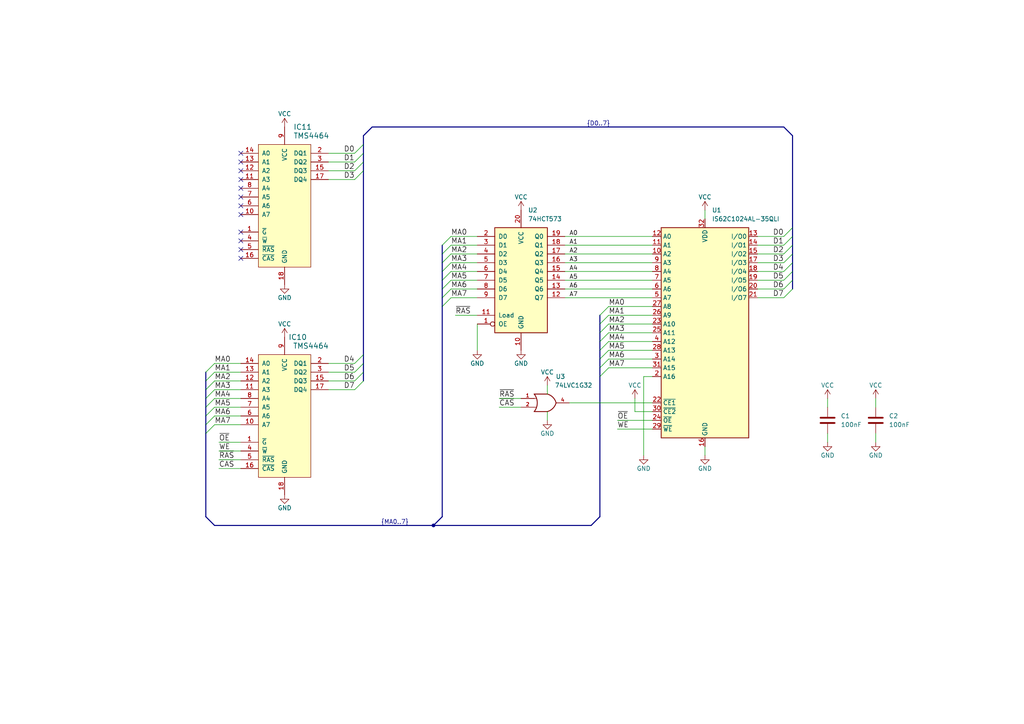
<source format=kicad_sch>
(kicad_sch (version 20211123) (generator eeschema)
  (paper "A4")
  (title_block (title "GX4000-SRAM") (date "2022-11-08") (rev "0.1"))
  (lib_symbols
    (symbol "74xGxx:74LVC1G32" (pin_names (offset 1.016))
      (property "Reference" "U" (at -2.54 3.81 0))
      (property "Value" "74LVC1G32" (at 0 -3.81 0))
      (symbol "74LVC1G32_0_1"
        (arc (start -3.81 -2.54) (mid -2.919 0) (end -3.81 2.54) (stroke (width 0.254)))
        (arc (start 0 -2.54) (mid 1.5993 -1.6027) (end 2.54 0) (stroke (width 0.254)))
        (polyline (pts (xy -3.81 -1.27) (xy -3.175 -1.27)))
        (polyline (pts (xy -3.81 1.27) (xy -3.175 1.27)))
        (polyline (pts (xy 0 -2.54) (xy -3.81 -2.54)) (stroke (width 0.254)) (fill (type background)))
        (polyline (pts (xy 0 2.54) (xy -3.81 2.54)) (stroke (width 0.254)) (fill (type background)))
        (arc (start 2.54 0) (mid 1.6119 1.6152) (end 0 2.54) (stroke (width 0.254)))
      )
      (symbol "74LVC1G32_1_1"
        (pin input line (at -7.62 1.27 0) (length 3.81) (name "~") (number "1"))
        (pin input line (at -7.62 -1.27 0) (length 3.81) (name "~") (number "2"))
        (pin power_in line (at 0 -2.54 270) (length 0) hide (name "GND") (number "3"))
        (pin output line (at 6.35 0 180) (length 3.81) (name "~") (number "4"))
        (pin power_in line (at 0 2.54 90) (length 0) hide (name "VCC") (number "5"))
      )
    )
    (symbol "74xx:74LS573" (pin_names (offset 1.016))
      (property "Reference" "U" (at -7.62 16.51 0))
      (property "Value" "74LS573" (at -7.62 -16.51 0))
      (symbol "74LS573_1_0"
        (pin input inverted (at -12.7 -12.7 0) (length 5.08) (name "OE") (number "1"))
        (pin power_in line (at 0 -20.32 90) (length 5.08) (name "GND") (number "10"))
        (pin input line (at -12.7 -10.16 0) (length 5.08) (name "Load") (number "11"))
        (pin tri_state line (at 12.7 -5.08 180) (length 5.08) (name "Q7") (number "12"))
        (pin tri_state line (at 12.7 -2.54 180) (length 5.08) (name "Q6") (number "13"))
        (pin tri_state line (at 12.7 0 180) (length 5.08) (name "Q5") (number "14"))
        (pin tri_state line (at 12.7 2.54 180) (length 5.08) (name "Q4") (number "15"))
        (pin tri_state line (at 12.7 5.08 180) (length 5.08) (name "Q3") (number "16"))
        (pin tri_state line (at 12.7 7.62 180) (length 5.08) (name "Q2") (number "17"))
        (pin tri_state line (at 12.7 10.16 180) (length 5.08) (name "Q1") (number "18"))
        (pin tri_state line (at 12.7 12.7 180) (length 5.08) (name "Q0") (number "19"))
        (pin input line (at -12.7 12.7 0) (length 5.08) (name "D0") (number "2"))
        (pin power_in line (at 0 20.32 270) (length 5.08) (name "VCC") (number "20"))
        (pin input line (at -12.7 10.16 0) (length 5.08) (name "D1") (number "3"))
        (pin input line (at -12.7 7.62 0) (length 5.08) (name "D2") (number "4"))
        (pin input line (at -12.7 5.08 0) (length 5.08) (name "D3") (number "5"))
        (pin input line (at -12.7 2.54 0) (length 5.08) (name "D4") (number "6"))
        (pin input line (at -12.7 0 0) (length 5.08) (name "D5") (number "7"))
        (pin input line (at -12.7 -2.54 0) (length 5.08) (name "D6") (number "8"))
        (pin input line (at -12.7 -5.08 0) (length 5.08) (name "D7") (number "9"))
      )
      (symbol "74LS573_1_1"
        (rectangle (start -7.62 15.24) (end 7.62 -15.24) (stroke (width 0.254)) (fill (type background)))
      )
    )
    (symbol "Additionnal:IS62C1024AL-35QLI"
      (property "Reference" "U" (at -10.16 31.75 0))
      (property "Value" "IS62C1024AL-35QLI" (at 12.7 31.75 0))
      (symbol "IS62C1024AL-35QLI_0_1"
        (rectangle (start -12.7 30.48) (end 12.7 -30.48) (stroke (width 0.254)) (fill (type background)))
      )
      (symbol "IS62C1024AL-35QLI_1_1"
        (pin no_connect line (at -15.24 -17.78 0) (length 2.54) hide (name "NC") (number "1"))
        (pin input line (at -15.24 22.86 0) (length 2.54) (name "A2") (number "10"))
        (pin input line (at -15.24 25.4 0) (length 2.54) (name "A1") (number "11"))
        (pin input line (at -15.24 27.94 0) (length 2.54) (name "A0") (number "12"))
        (pin bidirectional line (at 15.24 27.94 180) (length 2.54) (name "I/O0") (number "13"))
        (pin bidirectional line (at 15.24 25.4 180) (length 2.54) (name "I/O1") (number "14"))
        (pin bidirectional line (at 15.24 22.86 180) (length 2.54) (name "I/O2") (number "15"))
        (pin power_in line (at 0 -33.02 90) (length 2.54) (name "GND") (number "16"))
        (pin bidirectional line (at 15.24 20.32 180) (length 2.54) (name "I/O3") (number "17"))
        (pin bidirectional line (at 15.24 17.78 180) (length 2.54) (name "I/O4") (number "18"))
        (pin bidirectional line (at 15.24 15.24 180) (length 2.54) (name "I/O5") (number "19"))
        (pin input line (at -15.24 -12.7 0) (length 2.54) (name "A16") (number "2"))
        (pin bidirectional line (at 15.24 12.7 180) (length 2.54) (name "I/O6") (number "20"))
        (pin bidirectional line (at 15.24 10.16 180) (length 2.54) (name "I/O7") (number "21"))
        (pin input line (at -15.24 -20.32 0) (length 2.54) (name "~{CE1}") (number "22"))
        (pin input line (at -15.24 2.54 0) (length 2.54) (name "A10") (number "23"))
        (pin input line (at -15.24 -25.4 0) (length 2.54) (name "~{OE}") (number "24"))
        (pin input line (at -15.24 0 0) (length 2.54) (name "A11") (number "25"))
        (pin input line (at -15.24 5.08 0) (length 2.54) (name "A9") (number "26"))
        (pin input line (at -15.24 7.62 0) (length 2.54) (name "A8") (number "27"))
        (pin input line (at -15.24 -5.08 0) (length 2.54) (name "A13") (number "28"))
        (pin input line (at -15.24 -27.94 0) (length 2.54) (name "~{WE}") (number "29"))
        (pin input line (at -15.24 -7.62 0) (length 2.54) (name "A14") (number "3"))
        (pin input line (at -15.24 -22.86 0) (length 2.54) (name "~{CE2}") (number "30"))
        (pin input line (at -15.24 -10.16 0) (length 2.54) (name "A15") (number "31"))
        (pin power_in line (at 0 33.02 270) (length 2.54) (name "VDD") (number "32"))
        (pin input line (at -15.24 -2.54 0) (length 2.54) (name "A12") (number "4"))
        (pin input line (at -15.24 10.16 0) (length 2.54) (name "A7") (number "5"))
        (pin input line (at -15.24 12.7 0) (length 2.54) (name "A6") (number "6"))
        (pin input line (at -15.24 15.24 0) (length 2.54) (name "A5") (number "7"))
        (pin input line (at -15.24 17.78 0) (length 2.54) (name "A4") (number "8"))
        (pin input line (at -15.24 20.32 0) (length 2.54) (name "A3") (number "9"))
      )
    )
    (symbol "Additionnal:TMS4464" (pin_names (offset 1.016))
      (property "Reference" "U?" (at 3.81 21.59 0))
      (property "Value" "TMS4464" (at 7.62 19.05 0))
      (symbol "TMS4464_0_1"
        (rectangle (start -7.62 16.51) (end 7.62 -19.05) (fill (type background)))
      )
      (symbol "TMS4464_1_1"
        (pin input line (at -12.7 -8.89 0) (length 5.08) (name "~{G}") (number "1"))
        (pin input line (at -12.7 -3.81 0) (length 5.08) (name "A7") (number "10"))
        (pin input line (at -12.7 6.35 0) (length 5.08) (name "A3") (number "11"))
        (pin input line (at -12.7 8.89 0) (length 5.08) (name "A2") (number "12"))
        (pin input line (at -12.7 11.43 0) (length 5.08) (name "A1") (number "13"))
        (pin input line (at -12.7 13.97 0) (length 5.08) (name "A0") (number "14"))
        (pin tri_state line (at 12.7 8.89 180) (length 5.08) (name "DQ3") (number "15"))
        (pin input line (at -12.7 -16.51 0) (length 5.08) (name "~{CAS}") (number "16"))
        (pin tri_state line (at 12.7 6.35 180) (length 5.08) (name "DQ4") (number "17"))
        (pin power_in line (at 0 -24.13 90) (length 5.08) (name "GND") (number "18"))
        (pin tri_state line (at 12.7 13.97 180) (length 5.08) (name "DQ1") (number "2"))
        (pin tri_state line (at 12.7 11.43 180) (length 5.08) (name "DQ2") (number "3"))
        (pin input line (at -12.7 -11.43 0) (length 5.08) (name "~{W}") (number "4"))
        (pin input line (at -12.7 -13.97 0) (length 5.08) (name "~{RAS}") (number "5"))
        (pin input line (at -12.7 -1.27 0) (length 5.08) (name "A6") (number "6"))
        (pin input line (at -12.7 1.27 0) (length 5.08) (name "A5") (number "7"))
        (pin input line (at -12.7 3.81 0) (length 5.08) (name "A4") (number "8"))
        (pin power_in line (at 0 21.59 270) (length 5.08) (name "VCC") (number "9"))
      )
    )
    (symbol "Device:C" (pin_numbers hide) (pin_names (offset 0.254))
      (property "Reference" "C" (at 0.635 2.54 0))
      (property "Value" "C" (at 0.635 -2.54 0))
      (symbol "C_0_1"
        (polyline (pts (xy -2.032 -0.762) (xy 2.032 -0.762)) (stroke (width 0.508)))
        (polyline (pts (xy -2.032 0.762) (xy 2.032 0.762)) (stroke (width 0.508)))
      )
      (symbol "C_1_1"
        (pin passive line (at 0 3.81 270) (length 2.794) (name "~") (number "1"))
        (pin passive line (at 0 -3.81 90) (length 2.794) (name "~") (number "2"))
      )
    )
    (symbol "TMS4464_1" (pin_names (offset 1.016))
      (property "Reference" "U?" (at 3.81 21.59 0))
      (property "Value" "TMS4464_1" (at 7.62 19.05 0))
      (symbol "TMS4464_1_0_1"
        (rectangle (start -7.62 16.51) (end 7.62 -19.05) (fill (type background)))
      )
      (symbol "TMS4464_1_1_1"
        (pin input line (at -12.7 -8.89 0) (length 5.08) (name "~{G}") (number "1"))
        (pin input line (at -12.7 -3.81 0) (length 5.08) (name "A7") (number "10"))
        (pin input line (at -12.7 6.35 0) (length 5.08) (name "A3") (number "11"))
        (pin input line (at -12.7 8.89 0) (length 5.08) (name "A2") (number "12"))
        (pin input line (at -12.7 11.43 0) (length 5.08) (name "A1") (number "13"))
        (pin input line (at -12.7 13.97 0) (length 5.08) (name "A0") (number "14"))
        (pin tri_state line (at 12.7 8.89 180) (length 5.08) (name "DQ3") (number "15"))
        (pin input line (at -12.7 -16.51 0) (length 5.08) (name "~{CAS}") (number "16"))
        (pin tri_state line (at 12.7 6.35 180) (length 5.08) (name "DQ4") (number "17"))
        (pin power_in line (at 0 -24.13 90) (length 5.08) (name "GND") (number "18"))
        (pin tri_state line (at 12.7 13.97 180) (length 5.08) (name "DQ1") (number "2"))
        (pin tri_state line (at 12.7 11.43 180) (length 5.08) (name "DQ2") (number "3"))
        (pin input line (at -12.7 -11.43 0) (length 5.08) (name "~{W}") (number "4"))
        (pin input line (at -12.7 -13.97 0) (length 5.08) (name "~{RAS}") (number "5"))
        (pin input line (at -12.7 -1.27 0) (length 5.08) (name "A6") (number "6"))
        (pin input line (at -12.7 1.27 0) (length 5.08) (name "A5") (number "7"))
        (pin input line (at -12.7 3.81 0) (length 5.08) (name "A4") (number "8"))
        (pin power_in line (at 0 21.59 270) (length 5.08) (name "VCC") (number "9"))
      )
    )
    (symbol "c64-sram-rescue:GND" (power) (pin_names (offset 0))
      (property "Value" "GND" (at 0 -3.81 0))
      (symbol "GND_0_1"
        (polyline (pts (xy 0 0) (xy 0 -1.27) (xy 1.27 -1.27) (xy 0 -2.54) (xy -1.27 -1.27) (xy 0 -1.27)))
      )
      (symbol "GND_1_1"
        (pin power_in line (at 0 0 270) (length 0) hide (name "GND") (number "1"))
      )
    )
    (symbol "power:VCC" (power) (pin_names (offset 0))
      (property "Value" "VCC" (at 0 3.81 0))
      (symbol "VCC_0_1"
        (polyline (pts (xy -0.762 1.27) (xy 0 2.54)))
        (polyline (pts (xy 0 0) (xy 0 2.54)))
        (polyline (pts (xy 0 2.54) (xy 0.762 1.27)))
      )
      (symbol "VCC_1_1"
        (pin power_in line (at 0 0 90) (length 0) hide (name "VCC") (number "1"))
      )
    )
  )
  (junction (at 125.73 152.4))
  (no_connect (at 69.85 52.07))
  (no_connect (at 69.85 57.15))
  (no_connect (at 69.85 62.23))
  (no_connect (at 69.85 59.69))
  (no_connect (at 69.85 54.61))
  (no_connect (at 69.85 74.93))
  (no_connect (at 69.85 72.39))
  (no_connect (at 69.85 67.31))
  (no_connect (at 69.85 69.85))
  (no_connect (at 69.85 49.53))
  (no_connect (at 69.85 44.45))
  (no_connect (at 69.85 46.99))
  (bus_entry (at 128.27 78.74) (size 2.54 -2.54))
  (bus_entry (at 227.33 76.2) (size 2.54 -2.54))
  (bus_entry (at 227.33 81.28) (size 2.54 -2.54))
  (bus_entry (at 128.27 86.36) (size 2.54 -2.54))
  (bus_entry (at 128.27 88.9) (size 2.54 -2.54))
  (bus_entry (at 128.27 76.2) (size 2.54 -2.54))
  (bus_entry (at 227.33 86.36) (size 2.54 -2.54))
  (bus_entry (at 227.33 73.66) (size 2.54 -2.54))
  (bus_entry (at 128.27 73.66) (size 2.54 -2.54))
  (bus_entry (at 128.27 83.82) (size 2.54 -2.54))
  (bus_entry (at 227.33 78.74) (size 2.54 -2.54))
  (bus_entry (at 227.33 83.82) (size 2.54 -2.54))
  (bus_entry (at 173.99 96.52) (size 2.54 -2.54))
  (bus_entry (at 173.99 101.6) (size 2.54 -2.54))
  (bus_entry (at 173.99 99.06) (size 2.54 -2.54))
  (bus_entry (at 173.99 104.14) (size 2.54 -2.54))
  (bus_entry (at 173.99 93.98) (size 2.54 -2.54))
  (bus_entry (at 173.99 91.44) (size 2.54 -2.54))
  (bus_entry (at 173.99 106.68) (size 2.54 -2.54))
  (bus_entry (at 173.99 109.22) (size 2.54 -2.54))
  (bus_entry (at 59.69 120.65) (size 2.54 -2.54))
  (bus_entry (at 59.69 125.73) (size 2.54 -2.54))
  (bus_entry (at 59.69 123.19) (size 2.54 -2.54))
  (bus_entry (at 59.69 118.11) (size 2.54 -2.54))
  (bus_entry (at 59.69 115.57) (size 2.54 -2.54))
  (bus_entry (at 59.69 110.49) (size 2.54 -2.54))
  (bus_entry (at 59.69 107.95) (size 2.54 -2.54))
  (bus_entry (at 59.69 113.03) (size 2.54 -2.54))
  (bus_entry (at 128.27 81.28) (size 2.54 -2.54))
  (bus_entry (at 227.33 71.12) (size 2.54 -2.54))
  (bus_entry (at 128.27 71.12) (size 2.54 -2.54))
  (bus_entry (at 227.33 68.58) (size 2.54 -2.54))
  (bus_entry (at 102.87 49.53) (size 2.54 -2.54))
  (bus_entry (at 102.87 46.99) (size 2.54 -2.54))
  (bus_entry (at 102.87 52.07) (size 2.54 -2.54))
  (bus_entry (at 102.87 105.41) (size 2.54 -2.54))
  (bus_entry (at 102.87 44.45) (size 2.54 -2.54))
  (bus_entry (at 102.87 113.03) (size 2.54 -2.54))
  (bus_entry (at 102.87 110.49) (size 2.54 -2.54))
  (bus_entry (at 102.87 107.95) (size 2.54 -2.54))
  (bus (pts (xy 229.87 71.12) (xy 229.87 73.66)))
  (bus (pts (xy 173.99 96.52) (xy 173.99 99.06)))
  (bus (pts (xy 59.69 107.95) (xy 59.69 110.49)))
  (wire (pts (xy 204.47 60.96) (xy 204.47 63.5)))
  (wire (pts (xy 62.23 115.57) (xy 69.85 115.57)))
  (bus (pts (xy 59.69 113.03) (xy 59.69 115.57)))
  (wire (pts (xy 240.03 125.73) (xy 240.03 128.27)))
  (bus (pts (xy 128.27 78.74) (xy 128.27 81.28)))
  (wire (pts (xy 163.83 68.58) (xy 189.23 68.58)))
  (wire (pts (xy 63.5 133.35) (xy 69.85 133.35)))
  (wire (pts (xy 62.23 120.65) (xy 69.85 120.65)))
  (wire (pts (xy 227.33 68.58) (xy 219.71 68.58)))
  (wire (pts (xy 163.83 73.66) (xy 189.23 73.66)))
  (wire (pts (xy 163.83 71.12) (xy 189.23 71.12)))
  (wire (pts (xy 138.43 93.98) (xy 138.43 101.6)))
  (wire (pts (xy 163.83 86.36) (xy 189.23 86.36)))
  (wire (pts (xy 62.23 123.19) (xy 69.85 123.19)))
  (wire (pts (xy 102.87 105.41) (xy 95.25 105.41)))
  (bus (pts (xy 128.27 71.12) (xy 128.27 73.66)))
  (bus (pts (xy 105.41 105.41) (xy 105.41 107.95)))
  (wire (pts (xy 189.23 88.9) (xy 176.53 88.9)))
  (bus (pts (xy 105.41 39.37) (xy 105.41 41.91)))
  (wire (pts (xy 189.23 104.14) (xy 176.53 104.14)))
  (bus (pts (xy 173.99 91.44) (xy 173.99 93.98)))
  (wire (pts (xy 227.33 73.66) (xy 219.71 73.66)))
  (bus (pts (xy 59.69 123.19) (xy 59.69 125.73)))
  (wire (pts (xy 184.15 115.57) (xy 184.15 119.38)))
  (bus (pts (xy 128.27 73.66) (xy 128.27 76.2)))
  (bus (pts (xy 128.27 149.86) (xy 125.73 152.4)))
  (wire (pts (xy 189.23 99.06) (xy 176.53 99.06)))
  (wire (pts (xy 189.23 124.46) (xy 179.07 124.46)))
  (wire (pts (xy 227.33 71.12) (xy 219.71 71.12)))
  (wire (pts (xy 186.69 109.22) (xy 186.69 132.08)))
  (wire (pts (xy 254 115.57) (xy 254 118.11)))
  (bus (pts (xy 128.27 88.9) (xy 128.27 149.86)))
  (bus (pts (xy 173.99 149.86) (xy 171.45 152.4)))
  (wire (pts (xy 130.81 81.28) (xy 138.43 81.28)))
  (wire (pts (xy 227.33 86.36) (xy 219.71 86.36)))
  (bus (pts (xy 128.27 76.2) (xy 128.27 78.74)))
  (bus (pts (xy 105.41 102.87) (xy 105.41 105.41)))
  (bus (pts (xy 229.87 81.28) (xy 229.87 83.82)))
  (wire (pts (xy 102.87 113.03) (xy 95.25 113.03)))
  (bus (pts (xy 59.69 149.86) (xy 62.23 152.4)))
  (wire (pts (xy 227.33 83.82) (xy 219.71 83.82)))
  (wire (pts (xy 62.23 107.95) (xy 69.85 107.95)))
  (bus (pts (xy 229.87 66.04) (xy 229.87 68.58)))
  (bus (pts (xy 229.87 76.2) (xy 229.87 78.74)))
  (wire (pts (xy 102.87 107.95) (xy 95.25 107.95)))
  (wire (pts (xy 144.78 115.57) (xy 151.13 115.57)))
  (wire (pts (xy 227.33 76.2) (xy 219.71 76.2)))
  (wire (pts (xy 144.78 118.11) (xy 151.13 118.11)))
  (bus (pts (xy 229.87 78.74) (xy 229.87 81.28)))
  (bus (pts (xy 229.87 39.37) (xy 229.87 66.04)))
  (wire (pts (xy 189.23 106.68) (xy 176.53 106.68)))
  (wire (pts (xy 240.03 115.57) (xy 240.03 118.11)))
  (bus (pts (xy 105.41 46.99) (xy 105.41 49.53)))
  (wire (pts (xy 184.15 119.38) (xy 189.23 119.38)))
  (wire (pts (xy 63.5 130.81) (xy 69.85 130.81)))
  (wire (pts (xy 163.83 81.28) (xy 189.23 81.28)))
  (bus (pts (xy 128.27 86.36) (xy 128.27 88.9)))
  (wire (pts (xy 158.75 111.76) (xy 158.75 114.3)))
  (wire (pts (xy 62.23 113.03) (xy 69.85 113.03)))
  (bus (pts (xy 173.99 109.22) (xy 173.99 149.86)))
  (wire (pts (xy 189.23 109.22) (xy 186.69 109.22)))
  (wire (pts (xy 102.87 46.99) (xy 95.25 46.99)))
  (wire (pts (xy 102.87 44.45) (xy 95.25 44.45)))
  (wire (pts (xy 189.23 121.92) (xy 179.07 121.92)))
  (wire (pts (xy 62.23 118.11) (xy 69.85 118.11)))
  (bus (pts (xy 229.87 73.66) (xy 229.87 76.2)))
  (bus (pts (xy 173.99 93.98) (xy 173.99 96.52)))
  (bus (pts (xy 107.95 36.83) (xy 227.33 36.83)))
  (wire (pts (xy 130.81 78.74) (xy 138.43 78.74)))
  (bus (pts (xy 173.99 101.6) (xy 173.99 104.14)))
  (wire (pts (xy 102.87 52.07) (xy 95.25 52.07)))
  (wire (pts (xy 63.5 128.27) (xy 69.85 128.27)))
  (bus (pts (xy 128.27 83.82) (xy 128.27 86.36)))
  (bus (pts (xy 105.41 41.91) (xy 105.41 44.45)))
  (wire (pts (xy 102.87 110.49) (xy 95.25 110.49)))
  (wire (pts (xy 130.81 71.12) (xy 138.43 71.12)))
  (bus (pts (xy 128.27 81.28) (xy 128.27 83.82)))
  (bus (pts (xy 59.69 120.65) (xy 59.69 123.19)))
  (bus (pts (xy 105.41 49.53) (xy 105.41 102.87)))
  (wire (pts (xy 62.23 105.41) (xy 69.85 105.41)))
  (bus (pts (xy 62.23 152.4) (xy 125.73 152.4)))
  (bus (pts (xy 227.33 36.83) (xy 229.87 39.37)))
  (wire (pts (xy 189.23 96.52) (xy 176.53 96.52)))
  (bus (pts (xy 173.99 104.14) (xy 173.99 106.68)))
  (wire (pts (xy 158.75 119.38) (xy 158.75 121.92)))
  (bus (pts (xy 59.69 118.11) (xy 59.69 120.65)))
  (bus (pts (xy 107.95 36.83) (xy 105.41 39.37)))
  (bus (pts (xy 105.41 44.45) (xy 105.41 46.99)))
  (bus (pts (xy 173.99 99.06) (xy 173.99 101.6)))
  (wire (pts (xy 130.81 73.66) (xy 138.43 73.66)))
  (wire (pts (xy 130.81 68.58) (xy 138.43 68.58)))
  (wire (pts (xy 165.1 116.84) (xy 189.23 116.84)))
  (wire (pts (xy 227.33 78.74) (xy 219.71 78.74)))
  (wire (pts (xy 102.87 49.53) (xy 95.25 49.53)))
  (wire (pts (xy 189.23 101.6) (xy 176.53 101.6)))
  (wire (pts (xy 204.47 129.54) (xy 204.47 132.08)))
  (wire (pts (xy 62.23 110.49) (xy 69.85 110.49)))
  (wire (pts (xy 130.81 83.82) (xy 138.43 83.82)))
  (bus (pts (xy 59.69 125.73) (xy 59.69 149.86)))
  (bus (pts (xy 125.73 152.4) (xy 171.45 152.4)))
  (wire (pts (xy 227.33 81.28) (xy 219.71 81.28)))
  (bus (pts (xy 229.87 68.58) (xy 229.87 71.12)))
  (wire (pts (xy 163.83 83.82) (xy 189.23 83.82)))
  (wire (pts (xy 130.81 76.2) (xy 138.43 76.2)))
  (wire (pts (xy 163.83 76.2) (xy 189.23 76.2)))
  (bus (pts (xy 105.41 107.95) (xy 105.41 110.49)))
  (wire (pts (xy 189.23 91.44) (xy 176.53 91.44)))
  (bus (pts (xy 59.69 115.57) (xy 59.69 118.11)))
  (bus (pts (xy 59.69 110.49) (xy 59.69 113.03)))
  (wire (pts (xy 130.81 86.36) (xy 138.43 86.36)))
  (wire (pts (xy 189.23 93.98) (xy 176.53 93.98)))
  (wire (pts (xy 132.08 91.44) (xy 138.43 91.44)))
  (wire (pts (xy 63.5 135.89) (xy 69.85 135.89)))
  (wire (pts (xy 254 125.73) (xy 254 128.27)))
  (bus (pts (xy 173.99 106.68) (xy 173.99 109.22)))
  (wire (pts (xy 163.83 78.74) (xy 189.23 78.74)))
  (label "~{RAS}" (at 63.5 133.35 0) (effects (font (size 1.524 1.524))))
  (label "MA0" (at 130.81 68.58 0) (effects (font (size 1.524 1.524))))
  (label "D2" (at 102.87 49.53 180) (effects (font (size 1.524 1.524))))
  (label "D3" (at 227.33 76.2 180) (effects (font (size 1.524 1.524))))
  (label "MA3" (at 176.53 96.52 0) (effects (font (size 1.524 1.524))))
  (label "MA4" (at 62.23 115.57 0) (effects (font (size 1.524 1.524))))
  (label "D0" (at 102.87 44.45 180) (effects (font (size 1.524 1.524))))
  (label "D4" (at 102.87 105.41 180) (effects (font (size 1.524 1.524))))
  (label "MA4" (at 130.81 78.74 0) (effects (font (size 1.524 1.524))))
  (label "A3" (at 165.1 76.2 0))
  (label "MA1" (at 62.23 107.95 0) (effects (font (size 1.524 1.524))))
  (label "MA3" (at 62.23 113.03 0) (effects (font (size 1.524 1.524))))
  (label "MA7" (at 130.81 86.36 0) (effects (font (size 1.524 1.524))))
  (label "A4" (at 165.1 78.74 0))
  (label "~{OE}" (at 179.07 121.92 0) (effects (font (size 1.524 1.524))))
  (label "MA5" (at 62.23 118.11 0) (effects (font (size 1.524 1.524))))
  (label "A1" (at 165.1 71.12 0))
  (label "MA5" (at 130.81 81.28 0) (effects (font (size 1.524 1.524))))
  (label "D7" (at 102.87 113.03 180) (effects (font (size 1.524 1.524))))
  (label "MA1" (at 176.53 91.44 0) (effects (font (size 1.524 1.524))))
  (label "D5" (at 227.33 81.28 180) (effects (font (size 1.524 1.524))))
  (label "MA1" (at 130.81 71.12 0) (effects (font (size 1.524 1.524))))
  (label "D5" (at 102.87 107.95 180) (effects (font (size 1.524 1.524))))
  (label "MA4" (at 176.53 99.06 0) (effects (font (size 1.524 1.524))))
  (label "~{CAS}" (at 144.78 118.11 0) (effects (font (size 1.524 1.524))))
  (label "MA7" (at 62.23 123.19 0) (effects (font (size 1.524 1.524))))
  (label "~{RAS}" (at 144.78 115.57 0) (effects (font (size 1.524 1.524))))
  (label "MA6" (at 62.23 120.65 0) (effects (font (size 1.524 1.524))))
  (label "~{WE}" (at 179.07 124.46 0) (effects (font (size 1.524 1.524))))
  (label "A6" (at 165.1 83.82 0))
  (label "D2" (at 227.33 73.66 180) (effects (font (size 1.524 1.524))))
  (label "~{OE}" (at 63.5 128.27 0) (effects (font (size 1.524 1.524))))
  (label "D3" (at 102.87 52.07 180) (effects (font (size 1.524 1.524))))
  (label "MA3" (at 130.81 76.2 0) (effects (font (size 1.524 1.524))))
  (label "A2" (at 165.1 73.66 0))
  (label "D0" (at 227.33 68.58 180) (effects (font (size 1.524 1.524))))
  (label "~{CAS}" (at 63.5 135.89 0) (effects (font (size 1.524 1.524))))
  (label "~{RAS}" (at 132.08 91.44 0) (effects (font (size 1.524 1.524))))
  (label "~{WE}" (at 63.5 130.81 0) (effects (font (size 1.524 1.524))))
  (label "D6" (at 102.87 110.49 180) (effects (font (size 1.524 1.524))))
  (label "{MA0..7}" (at 110.49 152.4 0))
  (label "D1" (at 102.87 46.99 180) (effects (font (size 1.524 1.524))))
  (label "D1" (at 227.33 71.12 180) (effects (font (size 1.524 1.524))))
  (label "D6" (at 227.33 83.82 180) (effects (font (size 1.524 1.524))))
  (label "MA2" (at 130.81 73.66 0) (effects (font (size 1.524 1.524))))
  (label "{D0..7}" (at 170.18 36.83 0))
  (label "MA5" (at 176.53 101.6 0) (effects (font (size 1.524 1.524))))
  (label "A0" (at 165.1 68.58 0))
  (label "D4" (at 227.33 78.74 180) (effects (font (size 1.524 1.524))))
  (label "MA6" (at 176.53 104.14 0) (effects (font (size 1.524 1.524))))
  (label "D7" (at 227.33 86.36 180) (effects (font (size 1.524 1.524))))
  (label "MA2" (at 62.23 110.49 0) (effects (font (size 1.524 1.524))))
  (label "A5" (at 165.1 81.28 0))
  (label "MA0" (at 62.23 105.41 0) (effects (font (size 1.524 1.524))))
  (label "MA7" (at 176.53 106.68 0) (effects (font (size 1.524 1.524))))
  (label "A7" (at 165.1 86.36 0))
  (label "MA2" (at 176.53 93.98 0) (effects (font (size 1.524 1.524))))
  (label "MA0" (at 176.53 88.9 0) (effects (font (size 1.524 1.524))))
  (label "MA6" (at 130.81 83.82 0) (effects (font (size 1.524 1.524))))
  (symbol (lib_id "74xGxx:74LVC1G32") (at 158.75 116.84 0) (unit 1)
    (property "Reference" "U3" (at 162.56 109.22 0))
    (property "Value" "74LVC1G32" (at 166.37 111.76 0))
    (property "Footprint" "Package_TO_SOT_SMD:SOT-23-5" (effects hide))
    (property "Datasheet" "http://www.ti.com/lit/sg/scyt129e/scyt129e.pdf" (effects hide))
  )
  (symbol (lib_id "Device:C") (at 254 121.92 0) (unit 1)
    (property "Reference" "C2" (at 257.81 120.6499 0) (effects (justify left)))
    (property "Value" "100nF" (at 257.81 123.1899 0) (effects (justify left)))
    (property "Footprint" "Capacitor_SMD:C_0805_2012Metric" (effects hide))
  )
  (symbol (lib_name "TMS4464_1") (lib_id "c64-sram-rescue:TMS4464") (at 82.55 119.38 0) (unit 1)
    (property "Reference" "IC10" (at 86.36 97.79 0) (effects (font (size 1.524 1.524))))
    (property "Value" "TMS4464" (at 90.17 100.33 0) (effects (font (size 1.524 1.524))))
    (property "Footprint" "Package_DIP:DIP-18_W7.62mm_LongPads" (effects hide))
  )
  (symbol (lib_id "c64-sram-rescue:GND") (at 138.43 101.6 0) (unit 1)
    (property "Reference" "#PWR0103" (effects hide))
    (property "Value" "GND" (at 138.43 105.41 0))
  )
  (symbol (lib_id "Additionnal:IS62C1024AL-35QLI") (at 204.47 96.52 0) (unit 1)
    (property "Reference" "U1" (at 206.4894 60.96 0) (effects (justify left)))
    (property "Value" "IS62C1024AL-35QLI" (at 206.4894 63.5 0) (effects (justify left)))
    (property "Footprint" "Package_SO:SSOP-32_11.305x20.495mm_P1.27mm" (effects hide))
    (property "Datasheet" "https://www.mouser.fr/datasheet/2/198/62-65C1024AL-258436.pdf" (effects hide))
  )
  (symbol (lib_id "c64-sram-rescue:GND") (at 254 128.27 0) (unit 1)
    (property "Reference" "#PWR0116" (effects hide))
    (property "Value" "GND" (at 254 132.08 0))
  )
  (symbol (lib_id "power:VCC") (at 151.13 60.96 0) (unit 1)
    (property "Reference" "#PWR0110" (effects hide))
    (property "Value" "VCC" (at 151.13 57.15 0))
  )
  (symbol (lib_id "power:VCC") (at 158.75 111.76 0) (unit 1)
    (property "Reference" "#PWR0101" (effects hide))
    (property "Value" "VCC" (at 158.75 107.95 0))
  )
  (symbol (lib_id "power:VCC") (at 204.47 60.96 0) (unit 1)
    (property "Reference" "#PWR0109" (effects hide))
    (property "Value" "VCC" (at 204.47 57.15 0))
  )
  (symbol (lib_id "c64-sram-rescue:GND") (at 151.13 101.6 0) (unit 1)
    (property "Reference" "#PWR0102" (effects hide))
    (property "Value" "GND" (at 151.13 105.41 0))
  )
  (symbol (lib_id "power:VCC") (at 240.03 115.57 0) (unit 1)
    (property "Reference" "#PWR0115" (effects hide))
    (property "Value" "VCC" (at 240.03 111.76 0))
  )
  (symbol (lib_id "power:VCC") (at 254 115.57 0) (unit 1)
    (property "Reference" "#PWR0117" (effects hide))
    (property "Value" "VCC" (at 254 111.76 0))
  )
  (symbol (lib_id "c64-sram-rescue:GND") (at 186.69 132.08 0) (unit 1)
    (property "Reference" "#PWR0111" (effects hide))
    (property "Value" "GND" (at 186.69 135.89 0))
  )
  (symbol (lib_id "Device:C") (at 240.03 121.92 0) (unit 1)
    (property "Reference" "C1" (at 243.84 120.6499 0) (effects (justify left)))
    (property "Value" "100nF" (at 243.84 123.1899 0) (effects (justify left)))
    (property "Footprint" "Capacitor_SMD:C_0805_2012Metric" (effects hide))
  )
  (symbol (lib_id "c64-sram-rescue:GND") (at 204.47 132.08 0) (unit 1)
    (property "Reference" "#PWR0112" (effects hide))
    (property "Value" "GND" (at 204.47 135.89 0))
  )
  (symbol (lib_id "74xx:74LS573") (at 151.13 81.28 0) (unit 1)
    (property "Reference" "U2" (at 153.1494 60.96 0) (effects (justify left)))
    (property "Value" "74HCT573" (at 153.1494 63.5 0) (effects (justify left)))
    (property "Footprint" "Package_SO:SOP-20_7.5x12.8mm_P1.27mm" (effects hide))
    (property "Datasheet" "74xx/74hc573.pdf" (effects hide))
  )
  (symbol (lib_id "Additionnal:TMS4464") (at 82.55 58.42 0) (unit 1)
    (property "Reference" "IC11" (at 85.09 36.83 0) (effects (font (size 1.524 1.524)) (justify left)))
    (property "Value" "TMS4464" (at 85.09 39.37 0) (effects (font (size 1.524 1.524)) (justify left)))
    (property "Footprint" "Package_DIP:DIP-18_W7.62mm_LongPads" (effects hide))
  )
  (symbol (lib_id "c64-sram-rescue:GND") (at 240.03 128.27 0) (unit 1)
    (property "Reference" "#PWR0114" (effects hide))
    (property "Value" "GND" (at 240.03 132.08 0))
  )
  (symbol (lib_id "c64-sram-rescue:GND") (at 82.55 143.51 0) (unit 1)
    (property "Reference" "#PWR0108" (effects hide))
    (property "Value" "GND" (at 82.55 147.32 0))
  )
  (symbol (lib_id "power:VCC") (at 184.15 115.57 0) (unit 1)
    (property "Reference" "#PWR0113" (effects hide))
    (property "Value" "VCC" (at 184.15 111.76 0))
  )
  (symbol (lib_id "power:VCC") (at 82.55 97.79 0) (unit 1)
    (property "Reference" "#PWR0106" (effects hide))
    (property "Value" "VCC" (at 82.55 93.98 0))
  )
  (symbol (lib_id "power:VCC") (at 82.55 36.83 0) (unit 1)
    (property "Reference" "#PWR0105" (effects hide))
    (property "Value" "VCC" (at 82.55 33.02 0))
  )
  (symbol (lib_id "c64-sram-rescue:GND") (at 82.55 82.55 0) (unit 1)
    (property "Reference" "#PWR0107" (effects hide))
    (property "Value" "GND" (at 82.55 86.36 0))
  )
  (symbol (lib_id "c64-sram-rescue:GND") (at 158.75 121.92 0) (unit 1)
    (property "Reference" "#PWR0104" (effects hide))
    (property "Value" "GND" (at 158.75 125.73 0))
  )
)
</source>
